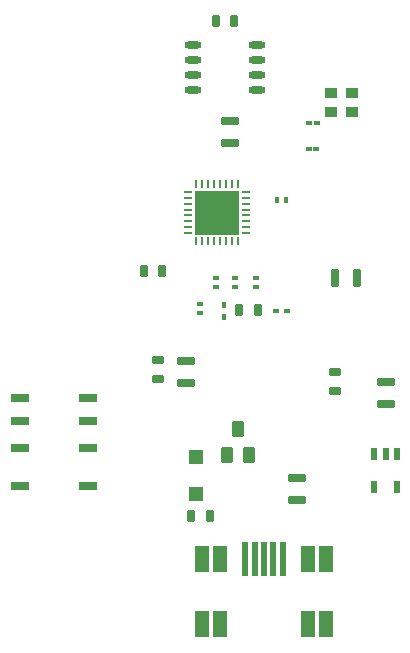
<source format=gtp>
G04*
G04 #@! TF.GenerationSoftware,Altium Limited,Altium Designer,20.2.3 (150)*
G04*
G04 Layer_Color=8421504*
%FSLAX44Y44*%
%MOMM*%
G71*
G04*
G04 #@! TF.SameCoordinates,5AD93C74-63FB-45D8-B8F2-FB33F07F8B26*
G04*
G04*
G04 #@! TF.FilePolarity,Positive*
G04*
G01*
G75*
%ADD16R,1.1500X2.3000*%
%ADD17R,1.2000X1.2000*%
G04:AMPARAMS|DCode=18|XSize=1mm|YSize=1.4mm|CornerRadius=0.125mm|HoleSize=0mm|Usage=FLASHONLY|Rotation=0.000|XOffset=0mm|YOffset=0mm|HoleType=Round|Shape=RoundedRectangle|*
%AMROUNDEDRECTD18*
21,1,1.0000,1.1500,0,0,0.0*
21,1,0.7500,1.4000,0,0,0.0*
1,1,0.2500,0.3750,-0.5750*
1,1,0.2500,-0.3750,-0.5750*
1,1,0.2500,-0.3750,0.5750*
1,1,0.2500,0.3750,0.5750*
%
%ADD18ROUNDEDRECTD18*%
G04:AMPARAMS|DCode=19|XSize=0.7mm|YSize=1.5mm|CornerRadius=0.0875mm|HoleSize=0mm|Usage=FLASHONLY|Rotation=270.000|XOffset=0mm|YOffset=0mm|HoleType=Round|Shape=RoundedRectangle|*
%AMROUNDEDRECTD19*
21,1,0.7000,1.3250,0,0,270.0*
21,1,0.5250,1.5000,0,0,270.0*
1,1,0.1750,-0.6625,-0.2625*
1,1,0.1750,-0.6625,0.2625*
1,1,0.1750,0.6625,0.2625*
1,1,0.1750,0.6625,-0.2625*
%
%ADD19ROUNDEDRECTD19*%
%ADD20R,0.5000X3.0000*%
G04:AMPARAMS|DCode=21|XSize=0.6mm|YSize=1mm|CornerRadius=0.105mm|HoleSize=0mm|Usage=FLASHONLY|Rotation=180.000|XOffset=0mm|YOffset=0mm|HoleType=Round|Shape=RoundedRectangle|*
%AMROUNDEDRECTD21*
21,1,0.6000,0.7900,0,0,180.0*
21,1,0.3900,1.0000,0,0,180.0*
1,1,0.2100,-0.1950,0.3950*
1,1,0.2100,0.1950,0.3950*
1,1,0.2100,0.1950,-0.3950*
1,1,0.2100,-0.1950,-0.3950*
%
%ADD21ROUNDEDRECTD21*%
%ADD22R,3.7000X3.7000*%
%ADD23R,0.6000X0.3000*%
%ADD24R,0.3000X0.6000*%
%ADD25R,1.6500X0.8000*%
%ADD26R,0.5000X0.4400*%
G04:AMPARAMS|DCode=27|XSize=0.6mm|YSize=1mm|CornerRadius=0.105mm|HoleSize=0mm|Usage=FLASHONLY|Rotation=90.000|XOffset=0mm|YOffset=0mm|HoleType=Round|Shape=RoundedRectangle|*
%AMROUNDEDRECTD27*
21,1,0.6000,0.7900,0,0,90.0*
21,1,0.3900,1.0000,0,0,90.0*
1,1,0.2100,0.3950,0.1950*
1,1,0.2100,0.3950,-0.1950*
1,1,0.2100,-0.3950,-0.1950*
1,1,0.2100,-0.3950,0.1950*
%
%ADD27ROUNDEDRECTD27*%
%ADD28R,0.6000X1.0500*%
G04:AMPARAMS|DCode=29|XSize=0.7mm|YSize=1.5mm|CornerRadius=0.0875mm|HoleSize=0mm|Usage=FLASHONLY|Rotation=0.000|XOffset=0mm|YOffset=0mm|HoleType=Round|Shape=RoundedRectangle|*
%AMROUNDEDRECTD29*
21,1,0.7000,1.3250,0,0,0.0*
21,1,0.5250,1.5000,0,0,0.0*
1,1,0.1750,0.2625,-0.6625*
1,1,0.1750,-0.2625,-0.6625*
1,1,0.1750,-0.2625,0.6625*
1,1,0.1750,0.2625,0.6625*
%
%ADD29ROUNDEDRECTD29*%
%ADD30O,1.4500X0.6000*%
%ADD31R,0.4400X0.5000*%
%ADD32R,1.0000X0.9000*%
%ADD33O,0.8000X0.2500*%
%ADD34O,0.2500X0.8000*%
D16*
X932510Y21852D02*
D03*
X948022Y21840D02*
D03*
X948010Y76828D02*
D03*
X932498Y76840D02*
D03*
X1038010Y21852D02*
D03*
X1022522Y21840D02*
D03*
X1037998Y76840D02*
D03*
X1022510Y76828D02*
D03*
D17*
X927500Y131500D02*
D03*
Y163000D02*
D03*
D18*
X963260Y186840D02*
D03*
X953760Y164840D02*
D03*
X972760Y164840D02*
D03*
D19*
X1013260Y145590D02*
D03*
Y126840D02*
D03*
X919000Y225750D02*
D03*
Y244500D02*
D03*
X956260Y447340D02*
D03*
Y428590D02*
D03*
X1088260Y208090D02*
D03*
Y226840D02*
D03*
D20*
X969260Y76840D02*
D03*
X977260D02*
D03*
X985260D02*
D03*
X993260D02*
D03*
X1001260D02*
D03*
D21*
X939750Y113000D02*
D03*
X923750D02*
D03*
X883260Y320840D02*
D03*
X899260D02*
D03*
X964260Y287840D02*
D03*
X980260D02*
D03*
X944260Y531840D02*
D03*
X960260D02*
D03*
D22*
X945510Y370090D02*
D03*
D23*
X931000Y285000D02*
D03*
Y293000D02*
D03*
X978260Y306840D02*
D03*
Y314840D02*
D03*
X961000Y307000D02*
D03*
Y315000D02*
D03*
X944260Y306840D02*
D03*
Y314840D02*
D03*
D24*
X1004260Y380840D02*
D03*
X996260D02*
D03*
D25*
X778260Y138840D02*
D03*
X778522Y170832D02*
D03*
Y193832D02*
D03*
Y212832D02*
D03*
X836510Y213090D02*
D03*
X836260Y193840D02*
D03*
Y170840D02*
D03*
X836510Y138840D02*
D03*
D26*
X1023660Y445840D02*
D03*
X1030260D02*
D03*
X1029560Y423840D02*
D03*
X1022960D02*
D03*
X995000Y287000D02*
D03*
X1005000D02*
D03*
D27*
X895260Y244840D02*
D03*
Y228840D02*
D03*
X1045260Y218840D02*
D03*
Y234840D02*
D03*
D28*
X1078760Y165590D02*
D03*
X1088260D02*
D03*
X1097760D02*
D03*
Y138090D02*
D03*
X1078760D02*
D03*
D29*
X1063760Y314840D02*
D03*
X1045010D02*
D03*
D30*
X924760Y473540D02*
D03*
Y486240D02*
D03*
Y498940D02*
D03*
Y511640D02*
D03*
X979260Y473540D02*
D03*
Y486240D02*
D03*
Y498940D02*
D03*
Y511640D02*
D03*
D31*
X951000Y292000D02*
D03*
Y282000D02*
D03*
D32*
X1041750Y455500D02*
D03*
X1059750D02*
D03*
X1042000Y471500D02*
D03*
X1059750D02*
D03*
D33*
X969760Y352590D02*
D03*
Y357590D02*
D03*
Y362590D02*
D03*
Y367590D02*
D03*
Y372590D02*
D03*
Y377590D02*
D03*
Y382590D02*
D03*
Y387590D02*
D03*
X921260D02*
D03*
Y382590D02*
D03*
Y377590D02*
D03*
Y372590D02*
D03*
Y367590D02*
D03*
Y362590D02*
D03*
Y357590D02*
D03*
Y352590D02*
D03*
D34*
X963010Y394340D02*
D03*
X958010D02*
D03*
X953010D02*
D03*
X948010D02*
D03*
X943010D02*
D03*
X938010D02*
D03*
X933010D02*
D03*
X928010D02*
D03*
Y345840D02*
D03*
X933010D02*
D03*
X938010D02*
D03*
X943010D02*
D03*
X948010D02*
D03*
X953010D02*
D03*
X958010D02*
D03*
X963010D02*
D03*
M02*

</source>
